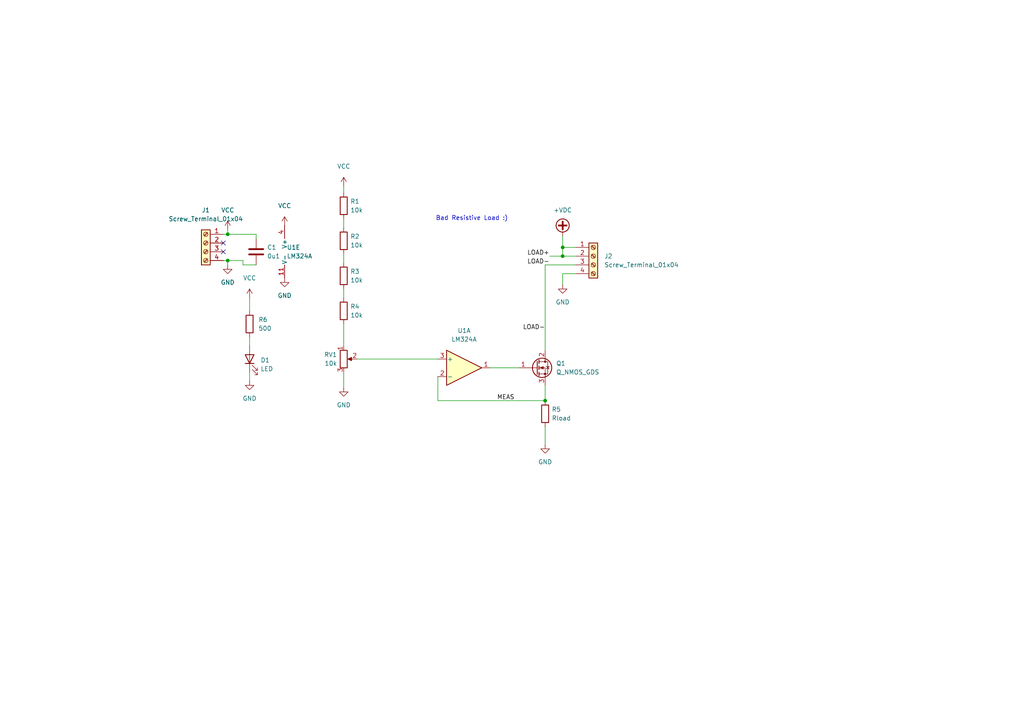
<source format=kicad_sch>
(kicad_sch (version 20211123) (generator eeschema)
  (paper "A4")
  (lib_symbols
    (symbol "Amplifier_Operational:LM324A" (pin_names (offset 0.127))
      (property "Reference" "U" (at 0 5.08 0))
      (property "Value" "LM324A" (at 0 -5.08 0))
      (symbol "LM324A_1_1"
        (polyline (pts (xy -5.08 5.08) (xy 5.08 0) (xy -5.08 -5.08) (xy -5.08 5.08)) (stroke (width 0.254)) (fill (type background)))
        (pin output line (at 7.62 0 180) (length 2.54) (name "~") (number "1"))
        (pin input line (at -7.62 -2.54 0) (length 2.54) (name "-") (number "2"))
        (pin input line (at -7.62 2.54 0) (length 2.54) (name "+") (number "3"))
      )
      (symbol "LM324A_2_1"
        (polyline (pts (xy -5.08 5.08) (xy 5.08 0) (xy -5.08 -5.08) (xy -5.08 5.08)) (stroke (width 0.254)) (fill (type background)))
        (pin input line (at -7.62 2.54 0) (length 2.54) (name "+") (number "5"))
        (pin input line (at -7.62 -2.54 0) (length 2.54) (name "-") (number "6"))
        (pin output line (at 7.62 0 180) (length 2.54) (name "~") (number "7"))
      )
      (symbol "LM324A_3_1"
        (polyline (pts (xy -5.08 5.08) (xy 5.08 0) (xy -5.08 -5.08) (xy -5.08 5.08)) (stroke (width 0.254)) (fill (type background)))
        (pin input line (at -7.62 2.54 0) (length 2.54) (name "+") (number "10"))
        (pin output line (at 7.62 0 180) (length 2.54) (name "~") (number "8"))
        (pin input line (at -7.62 -2.54 0) (length 2.54) (name "-") (number "9"))
      )
      (symbol "LM324A_4_1"
        (polyline (pts (xy -5.08 5.08) (xy 5.08 0) (xy -5.08 -5.08) (xy -5.08 5.08)) (stroke (width 0.254)) (fill (type background)))
        (pin input line (at -7.62 2.54 0) (length 2.54) (name "+") (number "12"))
        (pin input line (at -7.62 -2.54 0) (length 2.54) (name "-") (number "13"))
        (pin output line (at 7.62 0 180) (length 2.54) (name "~") (number "14"))
      )
      (symbol "LM324A_5_1"
        (pin power_in line (at -2.54 -7.62 90) (length 3.81) (name "V-") (number "11"))
        (pin power_in line (at -2.54 7.62 270) (length 3.81) (name "V+") (number "4"))
      )
    )
    (symbol "Connector:Screw_Terminal_01x04" (pin_names (offset 1.016) hide)
      (property "Reference" "J" (at 0 5.08 0))
      (property "Value" "Screw_Terminal_01x04" (at 0 -7.62 0))
      (symbol "Screw_Terminal_01x04_1_1"
        (rectangle (start -1.27 3.81) (end 1.27 -6.35) (stroke (width 0.254)) (fill (type background)))
        (circle (center 0 -5.08) (radius 0.635) (stroke (width 0.1524)))
        (circle (center 0 -2.54) (radius 0.635) (stroke (width 0.1524)))
        (polyline (pts (xy -0.5334 -4.7498) (xy 0.3302 -5.588)) (stroke (width 0.1524)))
        (polyline (pts (xy -0.5334 -2.2098) (xy 0.3302 -3.048)) (stroke (width 0.1524)))
        (polyline (pts (xy -0.5334 0.3302) (xy 0.3302 -0.508)) (stroke (width 0.1524)))
        (polyline (pts (xy -0.5334 2.8702) (xy 0.3302 2.032)) (stroke (width 0.1524)))
        (polyline (pts (xy -0.3556 -4.572) (xy 0.508 -5.4102)) (stroke (width 0.1524)))
        (polyline (pts (xy -0.3556 -2.032) (xy 0.508 -2.8702)) (stroke (width 0.1524)))
        (polyline (pts (xy -0.3556 0.508) (xy 0.508 -0.3302)) (stroke (width 0.1524)))
        (polyline (pts (xy -0.3556 3.048) (xy 0.508 2.2098)) (stroke (width 0.1524)))
        (circle (center 0 0) (radius 0.635) (stroke (width 0.1524)))
        (circle (center 0 2.54) (radius 0.635) (stroke (width 0.1524)))
        (pin passive line (at -5.08 2.54 0) (length 3.81) (name "Pin_1") (number "1"))
        (pin passive line (at -5.08 0 0) (length 3.81) (name "Pin_2") (number "2"))
        (pin passive line (at -5.08 -2.54 0) (length 3.81) (name "Pin_3") (number "3"))
        (pin passive line (at -5.08 -5.08 0) (length 3.81) (name "Pin_4") (number "4"))
      )
    )
    (symbol "Device:C" (pin_numbers hide) (pin_names (offset 0.254))
      (property "Reference" "C" (at 0.635 2.54 0))
      (property "Value" "C" (at 0.635 -2.54 0))
      (symbol "C_0_1"
        (polyline (pts (xy -2.032 -0.762) (xy 2.032 -0.762)) (stroke (width 0.508)))
        (polyline (pts (xy -2.032 0.762) (xy 2.032 0.762)) (stroke (width 0.508)))
      )
      (symbol "C_1_1"
        (pin passive line (at 0 3.81 270) (length 2.794) (name "~") (number "1"))
        (pin passive line (at 0 -3.81 90) (length 2.794) (name "~") (number "2"))
      )
    )
    (symbol "Device:LED" (pin_numbers hide) (pin_names (offset 1.016) hide)
      (property "Reference" "D" (at 0 2.54 0))
      (property "Value" "LED" (at 0 -2.54 0))
      (symbol "LED_0_1"
        (polyline (pts (xy -1.27 -1.27) (xy -1.27 1.27)) (stroke (width 0.254)))
        (polyline (pts (xy -1.27 0) (xy 1.27 0)))
        (polyline (pts (xy 1.27 -1.27) (xy 1.27 1.27) (xy -1.27 0) (xy 1.27 -1.27)) (stroke (width 0.254)))
        (polyline (pts (xy -3.048 -0.762) (xy -4.572 -2.286) (xy -3.81 -2.286) (xy -4.572 -2.286) (xy -4.572 -1.524)))
        (polyline (pts (xy -1.778 -0.762) (xy -3.302 -2.286) (xy -2.54 -2.286) (xy -3.302 -2.286) (xy -3.302 -1.524)))
      )
      (symbol "LED_1_1"
        (pin passive line (at -3.81 0 0) (length 2.54) (name "K") (number "1"))
        (pin passive line (at 3.81 0 180) (length 2.54) (name "A") (number "2"))
      )
    )
    (symbol "Device:Q_NMOS_GDS" (pin_names (offset 0) hide)
      (property "Reference" "Q" (at 5.08 1.27 0))
      (property "Value" "Q_NMOS_GDS" (at 5.08 -1.27 0))
      (symbol "Q_NMOS_GDS_0_1"
        (polyline (pts (xy 0.254 0) (xy -2.54 0)))
        (polyline (pts (xy 0.254 1.905) (xy 0.254 -1.905)) (stroke (width 0.254)))
        (polyline (pts (xy 0.762 -1.27) (xy 0.762 -2.286)) (stroke (width 0.254)))
        (polyline (pts (xy 0.762 0.508) (xy 0.762 -0.508)) (stroke (width 0.254)))
        (polyline (pts (xy 0.762 2.286) (xy 0.762 1.27)) (stroke (width 0.254)))
        (polyline (pts (xy 2.54 2.54) (xy 2.54 1.778)))
        (polyline (pts (xy 2.54 -2.54) (xy 2.54 0) (xy 0.762 0)))
        (polyline (pts (xy 0.762 -1.778) (xy 3.302 -1.778) (xy 3.302 1.778) (xy 0.762 1.778)))
        (polyline (pts (xy 1.016 0) (xy 2.032 0.381) (xy 2.032 -0.381) (xy 1.016 0)) (fill (type outline)))
        (polyline (pts (xy 2.794 0.508) (xy 2.921 0.381) (xy 3.683 0.381) (xy 3.81 0.254)))
        (polyline (pts (xy 3.302 0.381) (xy 2.921 -0.254) (xy 3.683 -0.254) (xy 3.302 0.381)))
        (circle (center 1.651 0) (radius 2.794) (stroke (width 0.254)))
        (circle (center 2.54 -1.778) (radius 0.254) (fill (type outline)))
        (circle (center 2.54 1.778) (radius 0.254) (fill (type outline)))
      )
      (symbol "Q_NMOS_GDS_1_1"
        (pin input line (at -5.08 0 0) (length 2.54) (name "G") (number "1"))
        (pin passive line (at 2.54 5.08 270) (length 2.54) (name "D") (number "2"))
        (pin passive line (at 2.54 -5.08 90) (length 2.54) (name "S") (number "3"))
      )
    )
    (symbol "Device:R" (pin_numbers hide) (pin_names (offset 0))
      (property "Reference" "R" (at 2.032 0 90))
      (property "Value" "R" (at 0 0 90))
      (symbol "R_0_1"
        (rectangle (start -1.016 -2.54) (end 1.016 2.54) (stroke (width 0.254)))
      )
      (symbol "R_1_1"
        (pin passive line (at 0 3.81 270) (length 1.27) (name "~") (number "1"))
        (pin passive line (at 0 -3.81 90) (length 1.27) (name "~") (number "2"))
      )
    )
    (symbol "Device:R_Potentiometer" (pin_names (offset 1.016) hide)
      (property "Reference" "RV" (at -4.445 0 90))
      (property "Value" "R_Potentiometer" (at -2.54 0 90))
      (symbol "R_Potentiometer_0_1"
        (polyline (pts (xy 2.54 0) (xy 1.524 0)))
        (polyline (pts (xy 1.143 0) (xy 2.286 0.508) (xy 2.286 -0.508) (xy 1.143 0)) (fill (type outline)))
        (rectangle (start 1.016 2.54) (end -1.016 -2.54) (stroke (width 0.254)))
      )
      (symbol "R_Potentiometer_1_1"
        (pin passive line (at 0 3.81 270) (length 1.27) (name "1") (number "1"))
        (pin passive line (at 3.81 0 180) (length 1.27) (name "2") (number "2"))
        (pin passive line (at 0 -3.81 90) (length 1.27) (name "3") (number "3"))
      )
    )
    (symbol "power:+VDC" (power) (pin_names (offset 0))
      (property "Value" "+VDC" (at 0 6.35 0))
      (symbol "+VDC_0_1"
        (polyline (pts (xy -1.143 3.175) (xy 1.143 3.175)) (stroke (width 0.508)))
        (polyline (pts (xy 0 0) (xy 0 1.27)))
        (polyline (pts (xy 0 2.032) (xy 0 4.318)) (stroke (width 0.508)))
        (circle (center 0 3.175) (radius 1.905) (stroke (width 0.254)))
      )
      (symbol "+VDC_1_1"
        (pin power_in line (at 0 0 90) (length 0) hide (name "+VDC") (number "1"))
      )
    )
    (symbol "power:GND" (power) (pin_names (offset 0))
      (property "Value" "GND" (at 0 -3.81 0))
      (symbol "GND_0_1"
        (polyline (pts (xy 0 0) (xy 0 -1.27) (xy 1.27 -1.27) (xy 0 -2.54) (xy -1.27 -1.27) (xy 0 -1.27)))
      )
      (symbol "GND_1_1"
        (pin power_in line (at 0 0 270) (length 0) hide (name "GND") (number "1"))
      )
    )
    (symbol "power:VCC" (power) (pin_names (offset 0))
      (property "Value" "VCC" (at 0 3.81 0))
      (symbol "VCC_0_1"
        (polyline (pts (xy -0.762 1.27) (xy 0 2.54)))
        (polyline (pts (xy 0 0) (xy 0 2.54)))
        (polyline (pts (xy 0 2.54) (xy 0.762 1.27)))
      )
      (symbol "VCC_1_1"
        (pin power_in line (at 0 0 90) (length 0) hide (name "VCC") (number "1"))
      )
    )
  )
  (junction (at 163.195 71.755))
  (junction (at 66.04 67.945))
  (junction (at 163.195 74.295))
  (junction (at 158.115 116.205))
  (junction (at 66.04 75.565))
  (no_connect (at 64.77 73.025))
  (no_connect (at 64.77 70.485))
  (wire (pts (xy 158.115 76.835) (xy 158.115 101.6)))
  (wire (pts (xy 163.195 71.755) (xy 163.195 74.295)))
  (wire (pts (xy 158.115 123.825) (xy 158.115 128.905)))
  (wire (pts (xy 66.04 75.565) (xy 70.485 75.565)))
  (wire (pts (xy 72.39 86.36) (xy 72.39 90.17)))
  (wire (pts (xy 70.485 75.565) (xy 70.485 76.835)))
  (wire (pts (xy 99.695 107.95) (xy 99.695 112.395)))
  (wire (pts (xy 99.695 93.98) (xy 99.695 100.33)))
  (wire (pts (xy 74.295 67.945) (xy 66.04 67.945)))
  (wire (pts (xy 158.115 116.205) (xy 127 116.205)))
  (wire (pts (xy 74.295 69.215) (xy 74.295 67.945)))
  (wire (pts (xy 158.115 111.76) (xy 158.115 116.205)))
  (wire (pts (xy 72.39 107.95) (xy 72.39 110.49)))
  (wire (pts (xy 167.005 71.755) (xy 163.195 71.755)))
  (wire (pts (xy 158.115 76.835) (xy 167.005 76.835)))
  (wire (pts (xy 99.695 55.88) (xy 99.695 53.975)))
  (wire (pts (xy 127 109.22) (xy 127 116.205)))
  (wire (pts (xy 66.04 75.565) (xy 66.04 76.835)))
  (wire (pts (xy 99.695 63.5) (xy 99.695 66.04)))
  (wire (pts (xy 70.485 76.835) (xy 74.295 76.835)))
  (wire (pts (xy 64.77 67.945) (xy 66.04 67.945)))
  (wire (pts (xy 163.195 74.295) (xy 167.005 74.295)))
  (wire (pts (xy 66.04 66.675) (xy 66.04 67.945)))
  (wire (pts (xy 72.39 97.79) (xy 72.39 100.33)))
  (wire (pts (xy 99.695 83.82) (xy 99.695 86.36)))
  (wire (pts (xy 64.77 75.565) (xy 66.04 75.565)))
  (wire (pts (xy 159.385 74.295) (xy 163.195 74.295)))
  (wire (pts (xy 142.24 106.68) (xy 150.495 106.68)))
  (wire (pts (xy 99.695 73.66) (xy 99.695 76.2)))
  (wire (pts (xy 167.005 79.375) (xy 163.195 79.375)))
  (wire (pts (xy 163.195 79.375) (xy 163.195 82.55)))
  (wire (pts (xy 103.505 104.14) (xy 127 104.14)))
  (wire (pts (xy 163.195 68.58) (xy 163.195 71.755)))
  (text "Bad Resistive Load :)\n" (at 126.365 64.135 0) (effects (font (size 1.27 1.27)) (justify left bottom)))
  (label "LOAD+" (at 159.385 74.295 180))
  (label "LOAD-" (at 158.115 95.885 180))
  (label "LOAD-" (at 159.385 76.835 180))
  (label "MEAS" (at 144.145 116.205 0))
  (symbol (lib_id "power:GND") (at 99.695 112.395 0) (unit 1)
    (property "Reference" "#PWR0104" (effects hide))
    (property "Value" "GND" (at 99.695 117.475 0))
  )
  (symbol (lib_id "power:VCC") (at 66.04 66.675 0) (unit 1)
    (property "Reference" "#PWR0109" (effects hide))
    (property "Value" "VCC" (at 66.04 60.96 0))
  )
  (symbol (lib_id "Connector:Screw_Terminal_01x04") (at 59.69 70.485 0) (mirror y) (unit 1)
    (property "Reference" "J1" (at 59.69 60.96 0))
    (property "Value" "Screw_Terminal_01x04" (at 59.69 63.5 0))
    (property "Footprint" "terminal_block:O_Shore_OSTTC042162" (effects hide))
  )
  (symbol (lib_id "Amplifier_Operational:LM324A") (at 134.62 106.68 0) (unit 1)
    (property "Reference" "U1" (at 134.62 95.885 0))
    (property "Value" "LM324A" (at 134.62 98.425 0))
    (property "Footprint" "Package_DIP:DIP-14_W7.62mm_LongPads" (effects hide))
    (property "Datasheet" "http://www.ti.com/lit/ds/symlink/lm2902-n.pdf" (effects hide))
  )
  (symbol (lib_id "power:VCC") (at 99.695 53.975 0) (unit 1)
    (property "Reference" "#PWR0105" (effects hide))
    (property "Value" "VCC" (at 99.695 48.26 0))
  )
  (symbol (lib_id "power:GND") (at 163.195 82.55 0) (unit 1)
    (property "Reference" "#PWR0102" (effects hide))
    (property "Value" "GND" (at 163.195 87.63 0))
  )
  (symbol (lib_id "Device:R") (at 99.695 90.17 0) (unit 1)
    (property "Reference" "R4" (at 101.6 88.8999 0) (effects (justify left)))
    (property "Value" "10k" (at 101.6 91.4399 0) (effects (justify left)))
    (property "Footprint" "Resistor_SMD:R_0805_2012Metric" (effects hide))
  )
  (symbol (lib_id "Device:R") (at 72.39 93.98 0) (unit 1)
    (property "Reference" "R6" (at 74.93 92.7099 0) (effects (justify left)))
    (property "Value" "500" (at 74.93 95.2499 0) (effects (justify left)))
    (property "Footprint" "Resistor_SMD:R_0805_2012Metric" (effects hide))
  )
  (symbol (lib_id "power:+VDC") (at 163.195 68.58 0) (unit 1)
    (property "Reference" "#PWR0103" (effects hide))
    (property "Value" "+VDC" (at 163.195 60.96 0))
  )
  (symbol (lib_id "power:GND") (at 72.39 110.49 0) (unit 1)
    (property "Reference" "#PWR0111" (effects hide))
    (property "Value" "GND" (at 72.39 115.57 0))
  )
  (symbol (lib_id "power:VCC") (at 72.39 86.36 0) (unit 1)
    (property "Reference" "#PWR0110" (effects hide))
    (property "Value" "VCC" (at 72.39 80.645 0))
  )
  (symbol (lib_id "power:GND") (at 66.04 76.835 0) (unit 1)
    (property "Reference" "#PWR0106" (effects hide))
    (property "Value" "GND" (at 66.04 81.915 0))
  )
  (symbol (lib_id "Device:LED") (at 72.39 104.14 90) (unit 1)
    (property "Reference" "D1" (at 75.565 104.4574 90) (effects (justify right)))
    (property "Value" "LED" (at 75.565 106.9974 90) (effects (justify right)))
    (property "Footprint" "LED_SMD:LED_0603_1608Metric_Pad1.05x0.95mm_HandSolder" (effects hide))
  )
  (symbol (lib_id "Amplifier_Operational:LM324A") (at 85.09 73.025 0) (unit 5)
    (property "Reference" "U1" (at 83.185 71.7549 0) (effects (justify left)))
    (property "Value" "LM324A" (at 83.185 74.2949 0) (effects (justify left)))
    (property "Footprint" "Package_DIP:DIP-14_W7.62mm_LongPads" (effects hide))
    (property "Datasheet" "http://www.ti.com/lit/ds/symlink/lm2902-n.pdf" (effects hide))
  )
  (symbol (lib_id "Device:C") (at 74.295 73.025 0) (unit 1)
    (property "Reference" "C1" (at 77.47 71.7549 0) (effects (justify left)))
    (property "Value" "0u1" (at 77.47 74.2949 0) (effects (justify left)))
    (property "Footprint" "Capacitor_SMD:C_0603_1608Metric" (effects hide))
  )
  (symbol (lib_id "power:GND") (at 158.115 128.905 0) (unit 1)
    (property "Reference" "#PWR0101" (effects hide))
    (property "Value" "GND" (at 158.115 133.985 0))
  )
  (symbol (lib_id "Device:R") (at 99.695 80.01 0) (unit 1)
    (property "Reference" "R3" (at 101.6 78.7399 0) (effects (justify left)))
    (property "Value" "10k" (at 101.6 81.2799 0) (effects (justify left)))
    (property "Footprint" "Resistor_SMD:R_0805_2012Metric" (effects hide))
  )
  (symbol (lib_id "Device:Q_NMOS_GDS") (at 155.575 106.68 0) (unit 1)
    (property "Reference" "Q1" (at 161.29 105.4099 0) (effects (justify left)))
    (property "Value" "Q_NMOS_GDS" (at 161.29 107.9499 0) (effects (justify left)))
    (property "Footprint" "Package_TO_SOT_THT:TO-220-3_Vertical" (effects hide))
  )
  (symbol (lib_id "Connector:Screw_Terminal_01x04") (at 172.085 74.295 0) (unit 1)
    (property "Reference" "J2" (at 175.26 74.2949 0) (effects (justify left)))
    (property "Value" "Screw_Terminal_01x04" (at 175.26 76.8349 0) (effects (justify left)))
    (property "Footprint" "terminal_block:O_Shore_OSTTC042162" (effects hide))
  )
  (symbol (lib_id "Device:R") (at 99.695 69.85 0) (unit 1)
    (property "Reference" "R2" (at 101.6 68.5799 0) (effects (justify left)))
    (property "Value" "10k" (at 101.6 71.1199 0) (effects (justify left)))
    (property "Footprint" "Resistor_SMD:R_0805_2012Metric" (effects hide))
  )
  (symbol (lib_id "power:VCC") (at 82.55 65.405 0) (unit 1)
    (property "Reference" "#PWR0107" (effects hide))
    (property "Value" "VCC" (at 82.55 59.69 0))
  )
  (symbol (lib_id "Device:R") (at 99.695 59.69 0) (unit 1)
    (property "Reference" "R1" (at 101.6 58.4199 0) (effects (justify left)))
    (property "Value" "10k" (at 101.6 60.9599 0) (effects (justify left)))
    (property "Footprint" "Resistor_SMD:R_0805_2012Metric" (effects hide))
  )
  (symbol (lib_id "Device:R") (at 158.115 120.015 0) (unit 1)
    (property "Reference" "R5" (at 160.02 118.7449 0) (effects (justify left)))
    (property "Value" "Rload" (at 160.02 121.2849 0) (effects (justify left)))
    (property "Footprint" "Resistor_THT:R_Axial_Power_L48.0mm_W12.5mm_P55.88mm" (effects hide))
  )
  (symbol (lib_id "Device:R_Potentiometer") (at 99.695 104.14 0) (unit 1)
    (property "Reference" "RV1" (at 97.79 102.8699 0) (effects (justify right)))
    (property "Value" "10k" (at 97.79 105.4099 0) (effects (justify right)))
    (property "Footprint" "Potentiometer_THT:Potentiometer_Bourns_3266Y_Vertical" (effects hide))
  )
  (symbol (lib_id "power:GND") (at 82.55 80.645 0) (unit 1)
    (property "Reference" "#PWR0108" (effects hide))
    (property "Value" "GND" (at 82.55 85.725 0))
  )
)
</source>
